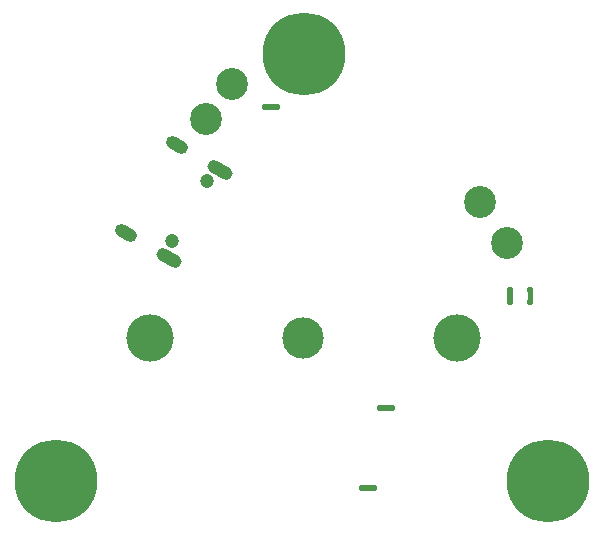
<source format=gbr>
%TF.GenerationSoftware,Altium Limited,Altium Designer,22.7.1 (60)*%
G04 Layer_Color=16711935*
%FSLAX45Y45*%
%MOMM*%
%TF.SameCoordinates,ACC7CE07-661A-46B9-B338-6EC4A6F7B09F*%
%TF.FilePolarity,Negative*%
%TF.FileFunction,Soldermask,Bot*%
%TF.Part,Single*%
G01*
G75*
%TA.AperFunction,TestPad*%
G04:AMPARAMS|DCode=60|XSize=0.5mm|YSize=0.5mm|CornerRadius=0.0875mm|HoleSize=0mm|Usage=FLASHONLY|Rotation=270.000|XOffset=0mm|YOffset=0mm|HoleType=Round|Shape=RoundedRectangle|*
%AMROUNDEDRECTD60*
21,1,0.50000,0.32500,0,0,270.0*
21,1,0.32500,0.50000,0,0,270.0*
1,1,0.17500,-0.16250,-0.16250*
1,1,0.17500,-0.16250,0.16250*
1,1,0.17500,0.16250,0.16250*
1,1,0.17500,0.16250,-0.16250*
%
%ADD60ROUNDEDRECTD60*%
G04:AMPARAMS|DCode=61|XSize=0.5mm|YSize=0.5mm|CornerRadius=0.0875mm|HoleSize=0mm|Usage=FLASHONLY|Rotation=0.000|XOffset=0mm|YOffset=0mm|HoleType=Round|Shape=RoundedRectangle|*
%AMROUNDEDRECTD61*
21,1,0.50000,0.32500,0,0,0.0*
21,1,0.32500,0.50000,0,0,0.0*
1,1,0.17500,0.16250,-0.16250*
1,1,0.17500,-0.16250,-0.16250*
1,1,0.17500,-0.16250,0.16250*
1,1,0.17500,0.16250,0.16250*
%
%ADD61ROUNDEDRECTD61*%
%TA.AperFunction,WasherPad*%
%ADD64C,4.00000*%
%ADD65C,3.50000*%
%ADD66C,7.00000*%
%TA.AperFunction,ComponentPad*%
%ADD67C,2.70320*%
%ADD68C,1.20000*%
G04:AMPARAMS|DCode=69|XSize=2.3mm|YSize=1.1mm|CornerRadius=0mm|HoleSize=0mm|Usage=FLASHONLY|Rotation=330.000|XOffset=0mm|YOffset=0mm|HoleType=Round|Shape=Round|*
%AMOVALD69*
21,1,1.20000,1.10000,0.00000,0.00000,330.0*
1,1,1.10000,-0.51962,0.30000*
1,1,1.10000,0.51962,-0.30000*
%
%ADD69OVALD69*%

G04:AMPARAMS|DCode=70|XSize=2mm|YSize=1.1mm|CornerRadius=0mm|HoleSize=0mm|Usage=FLASHONLY|Rotation=330.000|XOffset=0mm|YOffset=0mm|HoleType=Round|Shape=Round|*
%AMOVALD70*
21,1,0.90000,1.10000,0.00000,0.00000,330.0*
1,1,1.10000,-0.38971,0.22500*
1,1,1.10000,0.38971,-0.22500*
%
%ADD70OVALD70*%

G36*
X3025000Y825000D02*
X3125000D01*
Y875000D01*
X3025000D01*
Y825000D01*
D02*
G37*
G36*
X3175000Y1500000D02*
X3275000D01*
Y1550000D01*
X3175000D01*
Y1500000D01*
D02*
G37*
G36*
X2200000Y4050000D02*
X2300000D01*
Y4100000D01*
X2200000D01*
Y4050000D01*
D02*
G37*
G36*
X4250000Y2525000D02*
Y2425000D01*
X4300000D01*
Y2525000D01*
X4250000D01*
D02*
G37*
G36*
X4425000Y2525000D02*
Y2425000D01*
X4475000D01*
Y2525000D01*
X4425000D01*
D02*
G37*
D60*
X4275000Y2425000D02*
D03*
Y2525000D02*
D03*
X4450000Y2425000D02*
D03*
Y2525000D02*
D03*
D61*
X3125000Y850000D02*
D03*
X3025000D02*
D03*
X2200000Y4075000D02*
D03*
X2300000D02*
D03*
X3275000Y1525000D02*
D03*
X3175000D02*
D03*
D64*
X1224900Y2118300D02*
D03*
X3824900D02*
D03*
D65*
X2524900D02*
D03*
D66*
X4601852Y910632D02*
D03*
X430650Y912472D02*
D03*
X2531083Y4526275D02*
D03*
D67*
X1925000Y4275000D02*
D03*
X1700000Y3975000D02*
D03*
X4250000Y2925000D02*
D03*
X4025000Y3275000D02*
D03*
D68*
X1418564Y2943853D02*
D03*
X1708564Y3446147D02*
D03*
D69*
X1823115Y3544556D02*
D03*
X1390615Y2795444D02*
D03*
D70*
X1026884Y3005444D02*
D03*
X1459384Y3754556D02*
D03*
%TF.MD5,7078f68d8b3c778aac1270019c2848d7*%
M02*

</source>
